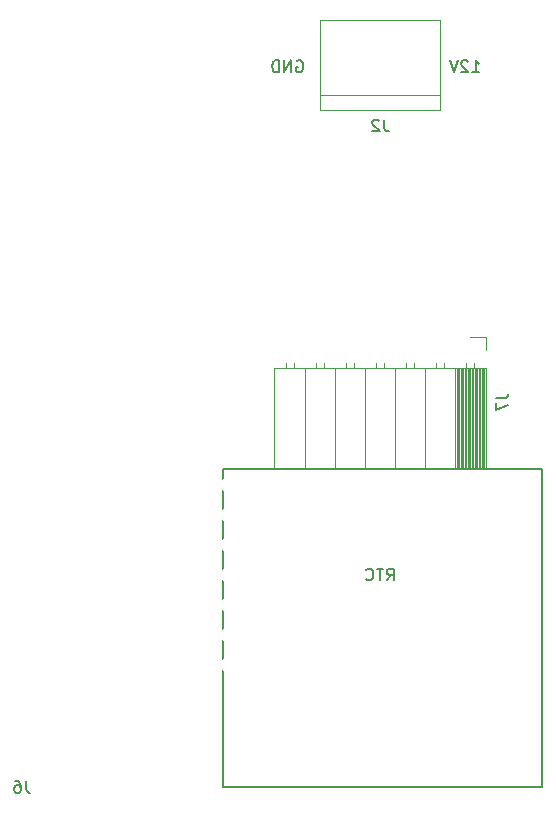
<source format=gbo>
G04 #@! TF.GenerationSoftware,KiCad,Pcbnew,(6.0.4-0)*
G04 #@! TF.CreationDate,2022-04-11T20:22:25+02:00*
G04 #@! TF.ProjectId,Controller,436f6e74-726f-46c6-9c65-722e6b696361,v1.0.0*
G04 #@! TF.SameCoordinates,Original*
G04 #@! TF.FileFunction,Legend,Bot*
G04 #@! TF.FilePolarity,Positive*
%FSLAX46Y46*%
G04 Gerber Fmt 4.6, Leading zero omitted, Abs format (unit mm)*
G04 Created by KiCad (PCBNEW (6.0.4-0)) date 2022-04-11 20:22:25*
%MOMM*%
%LPD*%
G01*
G04 APERTURE LIST*
%ADD10C,0.150000*%
%ADD11C,0.120000*%
%ADD12C,3.200000*%
%ADD13R,3.000000X3.000000*%
%ADD14C,3.000000*%
%ADD15R,1.700000X1.700000*%
%ADD16O,1.700000X1.700000*%
%ADD17R,1.980000X3.960000*%
%ADD18O,1.980000X3.960000*%
%ADD19C,1.524000*%
G04 APERTURE END LIST*
D10*
X168620000Y-124660000D02*
X141620000Y-124660000D01*
X141620000Y-124660000D02*
X141620000Y-97660000D01*
X141620000Y-97660000D02*
X168620000Y-97660000D01*
X168620000Y-97660000D02*
X168620000Y-124660000D01*
X162739047Y-64112380D02*
X163310476Y-64112380D01*
X163024761Y-64112380D02*
X163024761Y-63112380D01*
X163120000Y-63255238D01*
X163215238Y-63350476D01*
X163310476Y-63398095D01*
X162358095Y-63207619D02*
X162310476Y-63160000D01*
X162215238Y-63112380D01*
X161977142Y-63112380D01*
X161881904Y-63160000D01*
X161834285Y-63207619D01*
X161786666Y-63302857D01*
X161786666Y-63398095D01*
X161834285Y-63540952D01*
X162405714Y-64112380D01*
X161786666Y-64112380D01*
X161500952Y-63112380D02*
X161167619Y-64112380D01*
X160834285Y-63112380D01*
X155511428Y-107132380D02*
X155844761Y-106656190D01*
X156082857Y-107132380D02*
X156082857Y-106132380D01*
X155701904Y-106132380D01*
X155606666Y-106180000D01*
X155559047Y-106227619D01*
X155511428Y-106322857D01*
X155511428Y-106465714D01*
X155559047Y-106560952D01*
X155606666Y-106608571D01*
X155701904Y-106656190D01*
X156082857Y-106656190D01*
X155225714Y-106132380D02*
X154654285Y-106132380D01*
X154940000Y-107132380D02*
X154940000Y-106132380D01*
X153749523Y-107037142D02*
X153797142Y-107084761D01*
X153940000Y-107132380D01*
X154035238Y-107132380D01*
X154178095Y-107084761D01*
X154273333Y-106989523D01*
X154320952Y-106894285D01*
X154368571Y-106703809D01*
X154368571Y-106560952D01*
X154320952Y-106370476D01*
X154273333Y-106275238D01*
X154178095Y-106180000D01*
X154035238Y-106132380D01*
X153940000Y-106132380D01*
X153797142Y-106180000D01*
X153749523Y-106227619D01*
X147881904Y-63160000D02*
X147977142Y-63112380D01*
X148120000Y-63112380D01*
X148262857Y-63160000D01*
X148358095Y-63255238D01*
X148405714Y-63350476D01*
X148453333Y-63540952D01*
X148453333Y-63683809D01*
X148405714Y-63874285D01*
X148358095Y-63969523D01*
X148262857Y-64064761D01*
X148120000Y-64112380D01*
X148024761Y-64112380D01*
X147881904Y-64064761D01*
X147834285Y-64017142D01*
X147834285Y-63683809D01*
X148024761Y-63683809D01*
X147405714Y-64112380D02*
X147405714Y-63112380D01*
X146834285Y-64112380D01*
X146834285Y-63112380D01*
X146358095Y-64112380D02*
X146358095Y-63112380D01*
X146120000Y-63112380D01*
X145977142Y-63160000D01*
X145881904Y-63255238D01*
X145834285Y-63350476D01*
X145786666Y-63540952D01*
X145786666Y-63683809D01*
X145834285Y-63874285D01*
X145881904Y-63969523D01*
X145977142Y-64064761D01*
X146120000Y-64112380D01*
X146358095Y-64112380D01*
X124953333Y-124112380D02*
X124953333Y-124826666D01*
X125000952Y-124969523D01*
X125096190Y-125064761D01*
X125239047Y-125112380D01*
X125334285Y-125112380D01*
X124048571Y-124112380D02*
X124239047Y-124112380D01*
X124334285Y-124160000D01*
X124381904Y-124207619D01*
X124477142Y-124350476D01*
X124524761Y-124540952D01*
X124524761Y-124921904D01*
X124477142Y-125017142D01*
X124429523Y-125064761D01*
X124334285Y-125112380D01*
X124143809Y-125112380D01*
X124048571Y-125064761D01*
X124000952Y-125017142D01*
X123953333Y-124921904D01*
X123953333Y-124683809D01*
X124000952Y-124588571D01*
X124048571Y-124540952D01*
X124143809Y-124493333D01*
X124334285Y-124493333D01*
X124429523Y-124540952D01*
X124477142Y-124588571D01*
X124524761Y-124683809D01*
X164782380Y-91696666D02*
X165496666Y-91696666D01*
X165639523Y-91649047D01*
X165734761Y-91553809D01*
X165782380Y-91410952D01*
X165782380Y-91315714D01*
X164782380Y-92077619D02*
X164782380Y-92744285D01*
X165782380Y-92315714D01*
X155273333Y-68112380D02*
X155273333Y-68826666D01*
X155320952Y-68969523D01*
X155416190Y-69064761D01*
X155559047Y-69112380D01*
X155654285Y-69112380D01*
X154844761Y-68207619D02*
X154797142Y-68160000D01*
X154701904Y-68112380D01*
X154463809Y-68112380D01*
X154368571Y-68160000D01*
X154320952Y-68207619D01*
X154273333Y-68302857D01*
X154273333Y-68398095D01*
X154320952Y-68540952D01*
X154892380Y-69112380D01*
X154273333Y-69112380D01*
D11*
X163890000Y-86540000D02*
X162560000Y-86540000D01*
X161762385Y-97740000D02*
X161762385Y-89110000D01*
X160380000Y-89110000D02*
X160380000Y-88700000D01*
X162943335Y-97740000D02*
X162943335Y-89110000D01*
X156210000Y-97740000D02*
X156210000Y-89110000D01*
X162200000Y-89110000D02*
X162200000Y-88760000D01*
X155300000Y-89110000D02*
X155300000Y-88700000D01*
X153670000Y-97740000D02*
X153670000Y-89110000D01*
X146960000Y-89110000D02*
X146960000Y-88700000D01*
X162470955Y-97740000D02*
X162470955Y-89110000D01*
X162234765Y-97740000D02*
X162234765Y-89110000D01*
X161408100Y-97740000D02*
X161408100Y-89110000D01*
X163651905Y-97740000D02*
X163651905Y-89110000D01*
X161998575Y-97740000D02*
X161998575Y-89110000D01*
X162920000Y-89110000D02*
X162920000Y-88760000D01*
X163890000Y-87650000D02*
X163890000Y-86540000D01*
X162589050Y-97740000D02*
X162589050Y-89110000D01*
X157840000Y-89110000D02*
X157840000Y-88700000D01*
X161880480Y-97740000D02*
X161880480Y-89110000D01*
X151130000Y-97740000D02*
X151130000Y-89110000D01*
X163890000Y-89110000D02*
X145990000Y-89110000D01*
X163179525Y-97740000D02*
X163179525Y-89110000D01*
X162707145Y-97740000D02*
X162707145Y-89110000D01*
X162352860Y-97740000D02*
X162352860Y-89110000D01*
X157120000Y-89110000D02*
X157120000Y-88700000D01*
X154580000Y-89110000D02*
X154580000Y-88700000D01*
X152760000Y-89110000D02*
X152760000Y-88700000D01*
X162825240Y-97740000D02*
X162825240Y-89110000D01*
X147680000Y-89110000D02*
X147680000Y-88700000D01*
X152040000Y-89110000D02*
X152040000Y-88700000D01*
X161526195Y-97740000D02*
X161526195Y-89110000D01*
X161644290Y-97740000D02*
X161644290Y-89110000D01*
X163890000Y-97740000D02*
X163890000Y-89110000D01*
X148590000Y-97740000D02*
X148590000Y-89110000D01*
X159660000Y-89110000D02*
X159660000Y-88700000D01*
X163890000Y-97740000D02*
X145990000Y-97740000D01*
X163061430Y-97740000D02*
X163061430Y-89110000D01*
X158750000Y-97740000D02*
X158750000Y-89110000D01*
X163533810Y-97740000D02*
X163533810Y-89110000D01*
X163770000Y-97740000D02*
X163770000Y-89110000D01*
X163415715Y-97740000D02*
X163415715Y-89110000D01*
X163297620Y-97740000D02*
X163297620Y-89110000D01*
X149500000Y-89110000D02*
X149500000Y-88700000D01*
X162116670Y-97740000D02*
X162116670Y-89110000D01*
X161290000Y-97740000D02*
X161290000Y-89110000D01*
X145990000Y-97740000D02*
X145990000Y-89110000D01*
X150220000Y-89110000D02*
X150220000Y-88700000D01*
X160020000Y-67310000D02*
X149860000Y-67310000D01*
X149860000Y-59690000D02*
X160020000Y-59690000D01*
X149860000Y-66040000D02*
X160020000Y-66040000D01*
X160020000Y-59690000D02*
X160020000Y-67310000D01*
X149860000Y-67310000D02*
X149860000Y-59690000D01*
%LPC*%
D12*
X168833800Y-63000000D03*
X121920000Y-129000000D03*
X121767600Y-62534800D03*
D13*
X125958600Y-78028800D03*
D14*
X125958600Y-72948800D03*
D15*
X137160000Y-106680000D03*
D16*
X137160000Y-104140000D03*
X137160000Y-101600000D03*
X137160000Y-99060000D03*
X137160000Y-96520000D03*
D15*
X121920000Y-124460000D03*
D16*
X121920000Y-121920000D03*
X121920000Y-119380000D03*
X121920000Y-116840000D03*
X121920000Y-114300000D03*
X121920000Y-111760000D03*
D17*
X152400000Y-127000000D03*
D18*
X157400000Y-127000000D03*
D13*
X125958600Y-99745800D03*
D14*
X125958600Y-94665800D03*
D13*
X125984000Y-88900000D03*
D14*
X125984000Y-83820000D03*
D12*
X168000000Y-129000000D03*
D19*
X142240000Y-71120000D03*
X142240000Y-73660000D03*
X142240000Y-76200000D03*
X142240000Y-78740000D03*
X142240000Y-81280000D03*
X142240000Y-83820000D03*
X142240000Y-86360000D03*
X142240000Y-88900000D03*
X142240000Y-91440000D03*
X142240000Y-93980000D03*
X142240000Y-96520000D03*
X142240000Y-99060000D03*
X142240000Y-101600000D03*
X142240000Y-104140000D03*
X142240000Y-106680000D03*
X142240000Y-109220000D03*
X142240000Y-111760000D03*
X142240000Y-114300000D03*
X167640000Y-114300000D03*
X167640000Y-111760000D03*
X167640000Y-109220000D03*
X167640000Y-106680000D03*
X167640000Y-104140000D03*
X167640000Y-101600000D03*
X167640000Y-99060000D03*
X167640000Y-96520000D03*
X167640000Y-93980000D03*
X167640000Y-91440000D03*
X167640000Y-88900000D03*
X167640000Y-86360000D03*
X167640000Y-83820000D03*
X167640000Y-81280000D03*
X167640000Y-78740000D03*
X167640000Y-76200000D03*
X167640000Y-73660000D03*
X167640000Y-71120000D03*
D15*
X162560000Y-87650000D03*
D16*
X160020000Y-87650000D03*
X157480000Y-87650000D03*
X154940000Y-87650000D03*
X152400000Y-87650000D03*
X149860000Y-87650000D03*
X147320000Y-87650000D03*
D13*
X157480000Y-63500000D03*
D14*
X152400000Y-63500000D03*
M02*

</source>
